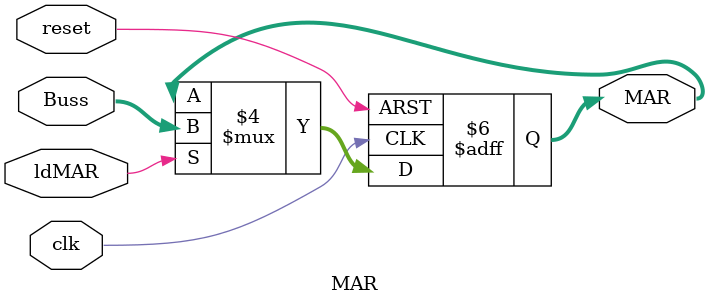
<source format=v>
`timescale 1ns / 1ps

module MAR(Buss, clk, reset, ldMAR, MAR);

input [15:0] Buss;
input clk, reset, ldMAR;
output reg [15:0] MAR;
 
  always @(posedge clk or posedge reset) 
    if (reset == 1'b1) 										   
			MAR = 0; 
	else if (ldMAR)
			MAR = Buss;								 					
endmodule	

</source>
